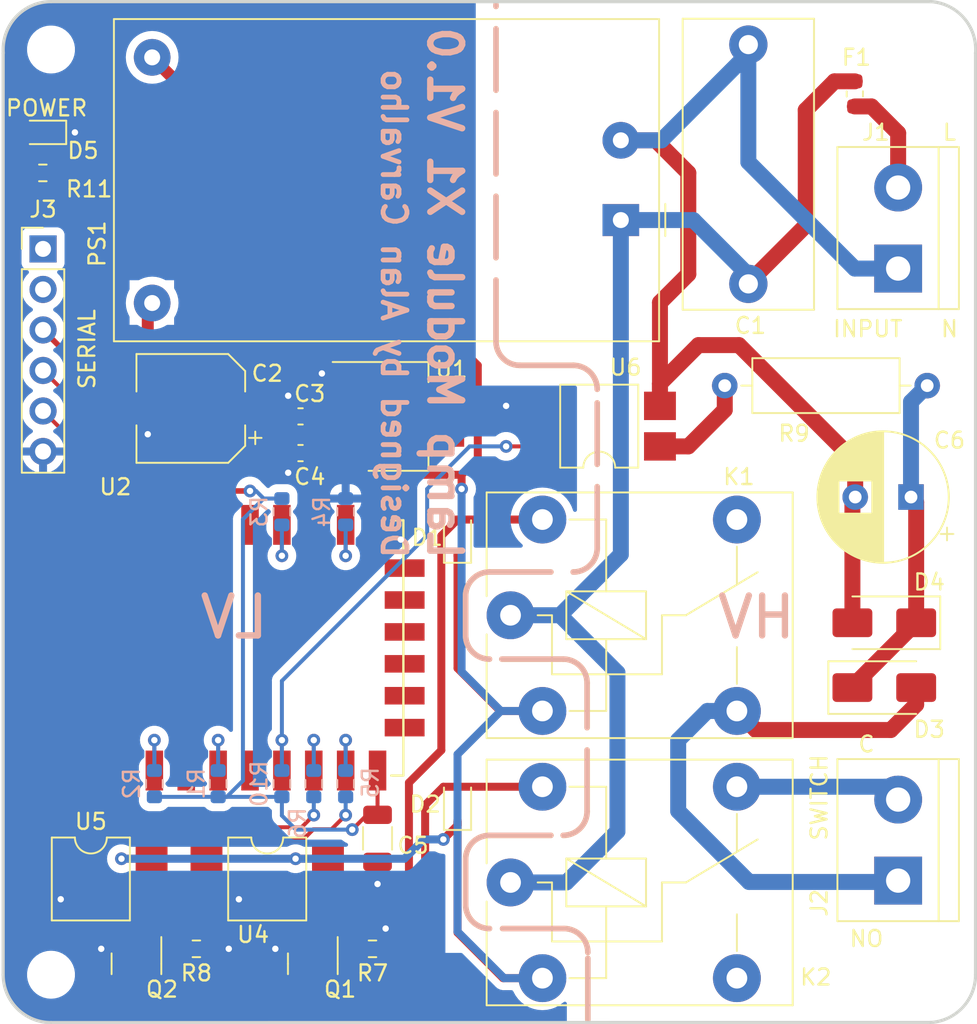
<source format=kicad_pcb>
(kicad_pcb (version 20221018) (generator pcbnew)
  (title_block (title "Lamp Module") (date "2024-01-20") (rev "1.0") (company "Alan Carvalho"))
  (layers (0 "F.Cu" signal) (31 "B.Cu" signal) (34 "B.Paste" user) (35 "F.Paste" user) (36 "B.SilkS" user "B.Silkscreen") (37 "F.SilkS" user "F.Silkscreen") (38 "B.Mask" user) (39 "F.Mask" user) (44 "Edge.Cuts" user))
  (net 0 "")
  (net 1 "LINE")
  (net 2 "NEUT")
  (net 3 "+12V")
  (net 4 "GND")
  (net 5 "+3.3V")
  (net 6 "Net-(D3-K)")
  (net 7 "Net-(D1-A)")
  (net 8 "Net-(D2-A)")
  (net 9 "SWITCH_NO")
  (net 10 "Net-(D5-A)")
  (net 11 "Net-(J1-Pin_2)")
  (net 14 "TX")
  (net 15 "RX")
  (net 18 "Net-(Q1-G)")
  (net 19 "Net-(Q2-G)")
  (net 20 "Net-(U2-CH_PD)")
  (net 21 "Net-(U2-REST)")
  (net 22 "Net-(U2-GPIO0)")
  (net 23 "Net-(U2-GPIO15)")
  (net 24 "Net-(R5-Pad1)")
  (net 25 "RELAY_P")
  (net 26 "Net-(R6-Pad1)")
  (net 27 "RELAY_S")
  (net 28 "Net-(R9-Pad1)")
  (net 29 "FEEDBACK")
  (net 41 "Net-(J2-Pin_2)")
  (footprint "Package_DIP:SMDIP-4_W7.62mm" (layer "F.Cu") (at 135.67975 123.85025)
    (fp_text reference "U4" (at -0.889 3.487) (layer "F.SilkS"))
    (fp_text value "PC817" hide)
    (pad "1" smd rect (at -3.81 -1.27) (size 2 1.78) (layers "F.Cu" "F.Paste" "F.Mask") (net 24 "Net-(R5-Pad1)"))
    (pad "2" smd rect (at -3.81 1.27) (size 2 1.78) (layers "F.Cu" "F.Paste" "F.Mask") (net 4 "GND"))
    (pad "3" smd rect (at 3.81 1.27) (size 2 1.78) (layers "F.Cu" "F.Paste" "F.Mask") (net 18 "Net-(Q1-G)"))
    (pad "4" smd rect (at 3.81 -1.27) (size 2 1.78) (layers "F.Cu" "F.Paste" "F.Mask") (net 3 "+12V"))
  )
  (footprint "Resistor_SMD:R_0603_1608Metric" (layer "F.Cu") (at 142.28375 128.22625)
    (fp_text reference "R7" (at 0 1.524) (layer "F.SilkS"))
    (fp_text value "10k" hide)
    (pad "1" smd roundrect (at -0.825 0) (size 0.8 0.95) (layers "F.Cu" "F.Paste" "F.Mask") (net 18 "Net-(Q1-G)"))
    (pad "2" smd roundrect (at 0.825 0) (size 0.8 0.95) (layers "F.Cu" "F.Paste" "F.Mask") (net 4 "GND"))
  )
  (footprint "MountingHole:MountingHole_2.5mm" (layer "F.Cu") (at 177.11575 71.85025)
    (fp_text reference "REF**" hide)
    (fp_text value "MountingHole_2.5mm" hide)
    (pad "" np_thru_hole circle (at 0 0) (size 2.5 2.5) (drill 2.5) (layers "F&B.Cu" "*.Mask"))
  )
  (footprint "Diode_SMD:D_SMA" (layer "F.Cu") (at 174.390599 107.78625 180)
    (fp_text reference "D4" (at -2.818151 2.547) (layer "F.SilkS"))
    (fp_text value "1N4007" hide)
    (pad "1" smd roundrect (at -2 0 180) (size 2.5 1.8) (layers "F.Cu" "F.Paste" "F.Mask") (roundrect_rratio 0.1388888889) (net 6 "Net-(D3-K)"))
    (pad "2" smd roundrect (at 2 0 180) (size 2.5 1.8) (layers "F.Cu" "F.Paste" "F.Mask") (roundrect_rratio 0.1388888889) (net 2 "NEUT"))
  )
  (footprint "Diode_SMD:D_SMA" (layer "F.Cu") (at 174.390599 111.85025)
    (fp_text reference "D3" (at 2.818151 2.624) (layer "F.SilkS"))
    (fp_text value "1N4007" hide)
    (pad "1" smd roundrect (at -2 0) (size 2.5 1.8) (layers "F.Cu" "F.Paste" "F.Mask") (roundrect_rratio 0.1388888889) (net 6 "Net-(D3-K)"))
    (pad "2" smd roundrect (at 2 0) (size 2.5 1.8) (layers "F.Cu" "F.Paste" "F.Mask") (roundrect_rratio 0.1388888889) (net 9 "SWITCH_NO"))
  )
  (footprint "TerminalBlock:TerminalBlock_bornier-2_P5.08mm" (layer "F.Cu") (at 175.26 85.58225 90)
    (fp_text reference "J1" (at 8.537 -1.397) (layer "F.SilkS"))
    (fp_text value "Screw_Terminal_01x02" hide)
    (fp_text user "INPUT" (at -3.782 -1.905 unlocked) (layer "F.SilkS"))
    (pad "1" thru_hole rect (at 0 0 90) (size 3 3) (drill 1.52) (layers "*.Cu" "*.Mask") (net 2 "NEUT"))
    (pad "2" thru_hole circle (at 5.08 0 90) (size 3 3) (drill 1.52) (layers "*.Cu" "*.Mask") (net 11 "Net-(J1-Pin_2)"))
  )
  (footprint "MountingHole:MountingHole_2.5mm" (layer "F.Cu") (at 122.11575 129.85025 180)
    (fp_text reference "REF**" hide)
    (fp_text value "MountingHole_2.5mm" hide)
    (pad "" np_thru_hole circle (at 0 0 180) (size 2.5 2.5) (drill 2.5) (layers "F&B.Cu" "*.Mask"))
  )
  (footprint "Resistor_SMD:R_0603_1608Metric" (layer "F.Cu") (at 131.23475 128.22625)
    (fp_text reference "R8" (at 0 1.524) (layer "F.SilkS"))
    (fp_text value "10k" hide)
    (pad "1" smd roundrect (at -0.825 0) (size 0.8 0.95) (layers "F.Cu" "F.Paste" "F.Mask") (net 19 "Net-(Q2-G)"))
    (pad "2" smd roundrect (at 0.825 0) (size 0.8 0.95) (layers "F.Cu" "F.Paste" "F.Mask") (net 4 "GND"))
  )
  (footprint "Resistor_THT:R_Axial_DIN0309_L9.0mm_D3.2mm_P12.70mm_Horizontal" (layer "F.Cu") (at 164.38175 92.92025)
    (fp_text reference "R9" (at 4.35 3) (layer "F.SilkS"))
    (fp_text value "56k" hide)
    (pad "1" thru_hole circle (at 0 0) (size 1.6 1.6) (drill 0.8) (layers "*.Cu" "*.Mask") (net 28 "Net-(R9-Pad1)"))
    (pad "2" thru_hole oval (at 12.7 0) (size 1.6 1.6) (drill 0.8) (layers "*.Cu" "*.Mask") (net 6 "Net-(D3-K)"))
  )
  (footprint "Package_TO_SOT_SMD:SOT-23" (layer "F.Cu") (at 127.47575 129.16375 -90)
    (fp_text reference "Q2" (at 1.6025 -1.6) (layer "F.SilkS"))
    (fp_text value "2N7002H" hide)
    (pad "1" smd roundrect (at -0.9375 -0.95 270) (size 1.475 0.6) (layers "F.Cu" "F.Paste" "F.Mask") (net 19 "Net-(Q2-G)"))
    (pad "2" smd roundrect (at -0.9375 0.95 270) (size 1.475 0.6) (layers "F.Cu" "F.Paste" "F.Mask") (net 4 "GND"))
    (pad "3" smd roundrect (at 0.9375 0 270) (size 1.475 0.6) (layers "F.Cu" "F.Paste" "F.Mask") (net 8 "Net-(D2-A)"))
  )
  (footprint "Relay_THT:Relay_SPDT_Finder_36.11" (layer "F.Cu") (at 150.94375 107.31625)
    (fp_text reference "K1" (at 14.327 -8.681) (layer "F.SilkS"))
    (fp_text value "12V 5A" hide)
    (pad "11" thru_hole circle (at 0 0) (size 3 3) (drill 1.3) (layers "*.Cu" "*.Mask") (net 1 "LINE"))
    (pad "12" thru_hole circle (at 14.2 -6) (size 3 3) (drill 1.3) (layers "*.Cu" "*.Mask"))
    (pad "14" thru_hole circle (at 14.2 6) (size 3 3) (drill 1.3) (layers "*.Cu" "*.Mask") (net 9 "SWITCH_NO"))
    (pad "A1" thru_hole circle (at 2 6) (size 3 3) (drill 1.3) (layers "*.Cu" "*.Mask") (net 3 "+12V"))
    (pad "A2" thru_hole circle (at 2 -6) (size 3 3) (drill 1.3) (layers "*.Cu" "*.Mask") (net 7 "Net-(D1-A)"))
  )
  (footprint "Capacitor_SMD:C_1206_3216Metric" (layer "F.Cu") (at 142.59975 121.30025 -90)
    (fp_text reference "C5" (at 0.449 -2.224) (layer "F.SilkS"))
    (fp_text value "0.1uF" hide)
    (pad "1" smd roundrect (at -1.475 0 270) (size 1.15 1.8) (layers "F.Cu" "F.Paste" "F.Mask") (roundrect_rratio 0.217391) (net 5 "+3.3V"))
    (pad "2" smd roundrect (at 1.475 0 270) (size 1.15 1.8) (layers "F.Cu" "F.Paste" "F.Mask") (roundrect_rratio 0.217391) (net 4 "GND"))
  )
  (footprint "Diode_SMD:D_SOD-323F" (layer "F.Cu") (at 147.61775 119.16625 90)
    (fp_text reference "D2" (at 0 -2.032 180) (layer "F.SilkS"))
    (fp_text value "1N4148" hide)
    (pad "1" smd roundrect (at -1.1 0 90) (size 0.5 0.5) (layers "F.Cu" "F.Paste" "F.Mask") (net 3 "+12V"))
    (pad "2" smd roundrect (at 1.1 0 90) (size 0.5 0.5) (layers "F.Cu" "F.Paste" "F.Mask") (net 8 "Net-(D2-A)"))
  )
  (footprint "TerminalBlock:TerminalBlock_bornier-2_P5.08mm" (layer "F.Cu") (at 175.26 123.952 90)
    (fp_text reference "J2" (at -1.397 -4.953 270) (layer "F.SilkS"))
    (fp_text value "Screw_Terminal_01x02" hide)
    (fp_text user "SWITCH" (at 5.207 -4.953 90 unlocked) (layer "F.SilkS"))
    (pad "1" thru_hole rect (at 0 0 90) (size 3 3) (drill 1.52) (layers "*.Cu" "*.Mask") (net 9 "SWITCH_NO"))
    (pad "2" thru_hole circle (at 5.08 0 90) (size 3 3) (drill 1.52) (layers "*.Cu" "*.Mask") (net 41 "Net-(J2-Pin_2)"))
  )
  (footprint "Package_TO_SOT_SMD:SOT-23" (layer "F.Cu") (at 138.53975 129.16375 -90)
    (fp_text reference "Q1" (at 1.6025 -1.712) (layer "F.SilkS"))
    (fp_text value "2N7002H" hide)
    (pad "1" smd roundrect (at -0.9375 -0.95 270) (size 1.475 0.6) (layers "F.Cu" "F.Paste" "F.Mask") (net 18 "Net-(Q1-G)"))
    (pad "2" smd roundrect (at -0.9375 0.95 270) (size 1.475 0.6) (layers "F.Cu" "F.Paste" "F.Mask") (net 4 "GND"))
    (pad "3" smd roundrect (at 0.9375 0 270) (size 1.475 0.6) (layers "F.Cu" "F.Paste" "F.Mask") (net 7 "Net-(D1-A)"))
  )
  (footprint "LED_SMD:LED_0603_1608Metric" (layer "F.Cu") (at 121.58275 77.04525 180)
    (fp_text reference "D5" (at -2.54 -1.143 180) (layer "F.SilkS"))
    (fp_text value "LED" hide)
    (fp_text user "POWER" (at -0.254 1.524 unlocked) (layer "F.SilkS"))
    (pad "1" smd roundrect (at -0.7875 0 180) (size 0.875 0.95) (layers "F.Cu" "F.Paste" "F.Mask") (net 4 "GND"))
    (pad "2" smd roundrect (at 0.7875 0 180) (size 0.875 0.95) (layers "F.Cu" "F.Paste" "F.Mask") (net 10 "Net-(D5-A)"))
  )
  (footprint "Resistor_SMD:R_0603_1608Metric" (layer "F.Cu") (at 121.60275 79.58525)
    (fp_text reference "R11" (at 2.901 1.016 180) (layer "F.SilkS"))
    (fp_text value "2.2k" hide)
    (pad "1" smd roundrect (at -0.825 0) (size 0.8 0.95) (layers "F.Cu" "F.Paste" "F.Mask") (net 10 "Net-(D5-A)"))
    (pad "2" smd roundrect (at 0.825 0) (size 0.8 0.95) (layers "F.Cu" "F.Paste" "F.Mask") (net 3 "+12V"))
  )
  (footprint "Package_TO_SOT_SMD:SOT-223-3_TabPin2" (layer "F.Cu") (at 143.88575 94.85025)
    (fp_text reference "U1" (at 3.351 -2.946) (layer "F.SilkS"))
    (fp_text value "AMS1117-3.3" hide)
    (pad "1" smd rect (at -3.15 -2.3) (size 2 1.5) (layers "F.Cu" "F.Paste" "F.Mask") (net 4 "GND"))
    (pad "2" smd rect (at -3.15 0) (size 2 1.5) (layers "F.Cu" "F.Paste" "F.Mask") (net 5 "+3.3V"))
    (pad "2" smd rect (at 3.15 0) (size 2 3.8) (layers "F.Cu" "F.Paste" "F.Mask") (net 5 "+3.3V"))
    (pad "3" smd rect (at -3.15 2.3) (size 2 1.5) (layers "F.Cu" "F.Paste" "F.Mask") (net 3 "+12V"))
  )
  (footprint "Capacitor_THT:CP_Radial_D8.0mm_P3.50mm" (layer "F.Cu") (at 176.06575 99.90525 180)
    (fp_text reference "C6" (at -2.413 3.556) (layer "F.SilkS"))
    (fp_text value "1uF" hide)
    (pad "1" thru_hole rect (at 0 0 180) (size 1.6 1.6) (drill 0.8) (layers "*.Cu" "*.Mask") (net 6 "Net-(D3-K)"))
    (pad "2" thru_hole circle (at 3.5 0 180) (size 1.6 1.6) (drill 0.8) (layers "*.Cu" "*.Mask") (net 2 "NEUT"))
  )
  (footprint "Capacitor_SMD:CP_Elec_6.3x7.7" (layer "F.Cu") (at 130.88575 94.35025 180)
    (fp_text reference "C2" (at -4.794 2.192 180) (layer "F.SilkS"))
    (fp_text value "100uF" hide)
    (pad "1" smd roundrect (at -2.7 0 180) (size 3.5 1.6) (layers "F.Cu" "F.Paste" "F.Mask") (roundrect_rratio 0.15625) (net 3 "+12V"))
    (pad "2" smd roundrect (at 2.7 0 180) (size 3.5 1.6) (layers "F.Cu" "F.Paste" "F.Mask") (roundrect_rratio 0.15625) (net 4 "GND"))
  )
  (footprint "ESP8266:ESP-12E_SMD" (layer "F.Cu") (at 128.59975 116.35025 90)
    (fp_text reference "U2" (at 17.08 -2.445) (layer "F.SilkS"))
    (fp_text value "ESP-12E" hide)
    (pad "1" smd rect (at 0 0 90) (size 2.5 1.1) (drill (offset -0.7 0)) (layers "F.Cu" "F.Paste" "F.Mask") (net 21 "Net-(U2-REST)"))
    (pad "2" smd rect (at 0 2 90) (size 2.5 1.1) (drill (offset -0.7 0)) (layers "F.Cu" "F.Paste" "F.Mask"))
    (pad "3" smd rect (at 0 4 90) (size 2.5 1.1) (drill (offset -0.7 0)) (layers "F.Cu" "F.Paste" "F.Mask") (net 20 "Net-(U2-CH_PD)"))
    (pad "4" smd rect (at 0 6 90) (size 2.5 1.1) (drill (offset -0.7 0)) (layers "F.Cu" "F.Paste" "F.Mask"))
    (pad "5" smd rect (at 0 8 90) (size 2.5 1.1) (drill (offset -0.7 0)) (layers "F.Cu" "F.Paste" "F.Mask") (net 29 "FEEDBACK"))
    (pad "6" smd rect (at 0 10 90) (size 2.5 1.1) (drill (offset -0.7 0)) (layers "F.Cu" "F.Paste" "F.Mask") (net 27 "RELAY_S"))
    (pad "7" smd rect (at 0 12 90) (size 2.5 1.1) (drill (offset -0.7 0)) (layers "F.Cu" "F.Paste" "F.Mask") (net 25 "RELAY_P"))
    (pad "8" smd rect (at 0 14 90) (size 2.5 1.1) (drill (offset -0.7 0)) (layers "F.Cu" "F.Paste" "F.Mask") (net 5 "+3.3V"))
    (pad "9" smd rect (at 14 14 90) (size 2.5 1.1) (drill (offset 0.7 0)) (layers "F.Cu" "F.Paste" "F.Mask") (net 4 "GND"))
    (pad "10" smd rect (at 14 12 90) (size 2.5 1.1) (drill (offset 0.7 0)) (layers "F.Cu" "F.Paste" "F.Mask") (net 23 "Net-(U2-GPIO15)"))
    (pad "11" smd rect (at 14 10 90) (size 2.5 1.1) (drill (offset 0.7 0)) (layers "F.Cu" "F.Paste" "F.Mask"))
    (pad "12" smd rect (at 14 8 90) (size 2.5 1.1) (drill (offset 0.7 0)) (layers "F.Cu" "F.Paste" "F.Mask") (net 22 "Net-(U2-GPIO0)"))
    (pad "13" smd rect (at 14 6 90) (size 2.5 1.1) (drill (offset 0.7 0)) (layers "F.Cu" "F.Paste" "F.Mask"))
    (pad "14" smd rect (at 14 4 90) (size 2.5 1.1) (drill (offset 0.7 0)) (layers "F.Cu" "F.Paste" "F.Mask"))
    (pad "15" smd rect (at 14 2 90) (size 2.5 1.1) (drill (offset 0.7 0)) (layers "F.Cu" "F.Paste" "F.Mask") (net 14 "TX"))
    (pad "16" smd rect (at 14 0 90) (size 2.5 1.1) (drill (offset 0.7 0)) (layers "F.Cu" "F.Paste" "F.Mask") (net 15 "RX"))
    (pad "17" smd rect (at 1.99 15 180) (size 2.5 1.1) (drill (offset -0.7 0)) (layers "F.Cu" "F.Paste" "F.Mask"))
    (pad "18" smd rect (at 3.99 15 180) (size 2.5 1.1) (drill (offset -0.7 0)) (layers "F.Cu" "F.Paste" "F.Mask"))
    (pad "19" smd rect (at 5.99 15 180) (size 2.5 1.1) (drill (offset -0.7 0)) (layers "F.Cu" "F.Paste" "F.Mask"))
    (pad "20" smd rect (at 7.99 15 180) (size 2.5 1.1) (drill (offset -0.7 0)) (layers "F.Cu" "F.Paste" "F.Mask"))
    (pad "21" smd rect (at 9.99 15 180) (size 2.5 1.1) (drill (offset -0.7 0)) (layers "F.Cu" "F.Paste" "F.Mask"))
    (pad "22" smd rect (at 11.99 15 180) (size 2.5 1.1) (drill (offset -0.7 0)) (layers "F.Cu" "F.Paste" "F.Mask"))
  )
  (footprint "Relay_THT:Relay_SPDT_Finder_36.11" (layer "F.Cu") (at 150.94375 124.06625)
    (fp_text reference "K2" (at 19.153 5.938) (layer "F.SilkS"))
    (fp_text value "12V 5A" hide)
    (pad "11" thru_hole circle (at 0 0) (size 3 3) (drill 1.3) (layers "*.Cu" "*.Mask") (net 1 "LINE"))
    (pad "12" thru_hole circle (at 14.2 -6) (size 3 3) (drill 1.3) (layers "*.Cu" "*.Mask") (net 41 "Net-(J2-Pin_2)"))
    (pad "14" thru_hole circle (at 14.2 6) (size 3 3) (drill 1.3) (layers "*.Cu" "*.Mask"))
    (pad "A1" thru_hole circle (at 2 6) (size 3 3) (drill 1.3) (layers "*.Cu" "*.Mask") (net 3 "+12V"))
    (pad "A2" thru_hole circle (at 2 -6) (size 3 3) (drill 1.3) (layers "*.Cu" "*.Mask") (net 8 "Net-(D2-A)"))
  )
  (footprint "Diode_SMD:D_SOD-323F" (layer "F.Cu") (at 147.61775 102.41625 90)
    (fp_text reference "D1" (at -0.029 -1.905 180) (layer "F.SilkS"))
    (fp_text value "1N4148" hide)
    (pad "1" smd roundrect (at -1.1 0 90) (size 0.5 0.5) (layers "F.Cu" "F.Paste" "F.Mask") (net 3 "+12V"))
    (pad "2" smd roundrect (at 1.1 0 90) (size 0.5 0.5) (layers "F.Cu" "F.Paste" "F.Mask") (net 7 "Net-(D1-A)"))
  )
  (footprint "MountingHole:MountingHole_2.5mm" (layer "F.Cu") (at 122.11575 71.85025)
    (fp_text reference "REF**" hide)
    (fp_text value "MountingHole_2.5mm" hide)
    (pad "" np_thru_hole circle (at 0 0) (size 2.5 2.5) (drill 2.5) (layers "*.Cu" "*.Mask"))
  )
  (footprint "MountingHole:MountingHole_2.5mm" (layer "F.Cu") (at 177.11575 129.85025 180)
    (fp_text reference "REF**" hide)
    (fp_text value "MountingHole_2.5mm" hide)
    (pad "" np_thru_hole circle (at 0 0 180) (size 2.5 2.5) (drill 2.5) (layers "F&B.Cu" "*.Mask"))
  )
  (footprint "Capacitor_SMD:C_0603_1608Metric" (layer "F.Cu") (at 137.76825 94.85025 180)
    (fp_text reference "C4" (at -0.5785 -3.785) (layer "F.SilkS"))
    (fp_text value "22uF" hide)
    (pad "1" smd roundrect (at -0.775 0 180) (size 0.9 0.95) (layers "F.Cu" "F.Paste" "F.Mask") (net 5 "+3.3V"))
    (pad "2" smd roundrect (at 0.775 0 180) (size 0.9 0.95) (layers "F.Cu" "F.Paste" "F.Mask") (net 4 "GND"))
  )
  (footprint "Capacitor_THT:C_Rect_L18.0mm_W8.0mm_P15.00mm_FKS3_FKP3" (layer "F.Cu") (at 165.862 86.54225 90)
    (fp_text reference "C1" (at -2.616 0.124 180) (layer "F.SilkS"))
    (fp_text value "0.1uF" hide)
    (pad "1" thru_hole circle (at 0 0 90) (size 2.4 2.4) (drill 1.2) (layers "*.Cu" "*.Mask") (net 1 "LINE"))
    (pad "2" thru_hole circle (at 15 0 90) (size 2.4 2.4) (drill 1.2) (layers "*.Cu" "*.Mask") (net 2 "NEUT"))
  )
  (footprint "Package_DIP:SMDIP-4_W7.62mm" (layer "F.Cu") (at 156.50775 95.46025 180)
    (fp_text reference "U6" (at -1.651 3.683 180) (layer "F.SilkS"))
    (fp_text value "PC817" hide)
    (pad "1" smd rect (at -3.81 -1.27 180) (size 2 1.78) (layers "F.Cu" "F.Paste" "F.Mask") (net 28 "Net-(R9-Pad1)"))
    (pad "2" smd rect (at -3.81 1.27 180) (size 2 1.78) (layers "F.Cu" "F.Paste" "F.Mask") (net 2 "NEUT"))
    (pad "3" smd rect (at 3.81 1.27 180) (size 2 1.78) (layers "F.Cu" "F.Paste" "F.Mask") (net 4 "GND"))
    (pad "4" smd rect (at 3.81 -1.27 180) (size 2 1.78) (layers "F.Cu" "F.Paste" "F.Mask") (net 29 "FEEDBACK"))
  )
  (footprint "Package_DIP:SMDIP-4_W7.62mm" (layer "F.Cu") (at 124.61575 123.85025)
    (fp_text reference "U5" (at 0 -3.6) (layer "F.SilkS"))
    (fp_text value "PC817" hide)
    (pad "1" smd rect (at -3.81 -1.27) (size 2 1.78) (layers "F.Cu" "F.Paste" "F.Mask") (net 26 "Net-(R6-Pad1)"))
    (pad "2" smd rect (at -3.81 1.27) (size 2 1.78) (layers "F.Cu" "F.Paste" "F.Mask") (net 4 "GND"))
    (pad "3" smd rect (at 3.81 1.27) (size 2 1.78) (layers "F.Cu" "F.Paste" "F.Mask") (net 19 "Net-(Q2-G)"))
    (pad "4" smd rect (at 3.81 -1.27) (size 2 1.78) (layers "F.Cu" "F.Paste" "F.Mask") (net 3 "+12V"))
  )
  (footprint "Fuse:Fuse_0603_1608Metric" (layer "F.Cu") (at 172.54175 74.63225 90)
    (fp_text reference "F1" (at 2.286 0.095) (layer "F.SilkS"))
    (fp_text value "0.5A" hide)
    (pad "1" smd roundrect (at -0.7875 0 90) (size 0.875 0.95) (layers "F.Cu" "F.Paste" "F.Mask") (net 11 "Net-(J1-Pin_2)"))
    (pad "2" smd roundrect (at 0.7875 0 90) (size 0.875 0.95) (layers "F.Cu" "F.Paste" "F.Mask") (net 1 "LINE"))
  )
  (footprint "Connector_PinHeader_2.54mm:PinHeader_1x06_P2.54mm_Vertical" (layer "F.Cu") (at 121.61575 84.35025)
    (fp_text reference "J3" (at 0 -2.479) (layer "F.SilkS"))
    (fp_text value "Conn_01x06_Socket" hide)
    (fp_text user "SERIAL" (at 2.761 6.284 90 unlocked) (layer "F.SilkS"))
    (pad "1" thru_hole rect (at 0 0) (size 1.7 1.7) (drill 1) (layers "*.Cu" "*.Mask"))
    (pad "2" thru_hole oval (at 0 2.54) (size 1.7 1.7) (drill 1) (layers "*.Cu" "*.Mask"))
    (pad "3" thru_hole oval (at 0 5.08) (size 1.7 1.7) (drill 1) (layers "*.Cu" "*.Mask") (net 5 "+3.3V"))
    (pad "4" thru_hole oval (at 0 7.62) (size 1.7 1.7) (drill 1) (layers "*.Cu" "*.Mask") (net 14 "TX"))
    (pad "5" thru_hole oval (at 0 10.16) (size 1.7 1.7) (drill 1) (layers "*.Cu" "*.Mask") (net 15 "RX"))
    (pad "6" thru_hole oval (at 0 12.7) (size 1.7 1.7) (drill 1) (layers "*.Cu" "*.Mask") (net 4 "GND"))
  )
  (footprint "Capacitor_SMD:C_0603_1608Metric" (layer "F.Cu") (at 137.76825 97.15025 180)
    (fp_text reference "C3" (at -0.5785 3.722) (layer "F.SilkS"))
    (fp_text value "1uF" hide)
    (pad "1" smd roundrect (at -0.775 0 180) (size 0.9 0.95) (layers "F.Cu" "F.Paste" "F.Mask") (net 3 "+12V"))
    (pad "2" smd roundrect (at 0.775 0 180) (size 0.9 0.95) (layers "F.Cu" "F.Paste" "F.Mask") (net 4 "GND"))
  )
  (footprint "Converter_ACDC:Converter_ACDC_HiLink_HLK-PMxx" (layer "F.Cu") (at 157.86225 82.54225 180)
    (fp_text reference "PS1" (at 32.8505 -1.488 270) (layer "F.SilkS"))
    (fp_text value "HLK-PM12" hide)
    (pad "1" thru_hole rect (at 0 0 180) (size 2.3 2) (drill 1) (layers "*.Cu" "*.Mask") (net 1 "LINE"))
    (pad "2" thru_hole circle (at 0 5 180) (size 2.3 2.3) (drill 1) (layers "*.Cu" "*.Mask") (net 2 "NEUT"))
    (pad "3" thru_hole circle (at 29.4 -5.2 180) (size 2.3 2.3) (drill 1) (layers "*.Cu" "*.Mask") (net 4 "GND"))
    (pad "4" thru_hole circle (at 29.4 10.2 180) (size 2.3 2.3) (drill 1) (layers "*.Cu" "*.Mask") (net 3 "+12V"))
  )
  (footprint "Resistor_SMD:R_0603_1608Metric" (layer "B.Cu") (at 138.59975 117.87525 90)
    (fp_text reference "R6" (at -2.477 -1.015 90) (layer "B.SilkS") (effects (justify mirror)))
    (fp_text value "390" hide)
    (pad "1" smd roundrect (at -0.825 0 90) (size 0.8 0.95) (layers "B.Cu" "B.Paste" "B.Mask") (net 26 "Net-(R6-Pad1)"))
    (pad "2" smd roundrect (at 0.825 0 90) (size 0.8 0.95) (layers "B.Cu" "B.Paste" "B.Mask") (net 27 "RELAY_S"))
  )
  (footprint "Resistor_SMD:R_0603_1608Metric" (layer "B.Cu") (at 136.59975 117.87525 90)
    (fp_text reference "R10" (at 0 -1.428 90) (layer "B.SilkS") (effects (justify mirror)))
    (fp_text value "10k" hide)
    (pad "1" smd roundrect (at -0.825 0 90) (size 0.8 0.95) (layers "B.Cu" "B.Paste" "B.Mask") (net 5 "+3.3V"))
    (pad "2" smd roundrect (at 0.825 0 90) (size 0.8 0.95) (layers "B.Cu" "B.Paste" "B.Mask") (net 29 "FEEDBACK"))
  )
  (footprint "Resistor_SMD:R_0603_1608Metric" (layer "B.Cu") (at 128.59975 117.87525 90)
    (fp_text reference "R2" (at 0 -1.429 90) (layer "B.SilkS") (effects (justify mirror)))
    (fp_text value "10k" hide)
    (pad "1" smd roundrect (at -0.825 0 90) (size 0.8 0.95) (layers "B.Cu" "B.Paste" "B.Mask") (net 5 "+3.3V"))
    (pad "2" smd roundrect (at 0.825 0 90) (size 0.8 0.95) (layers "B.Cu" "B.Paste" "B.Mask") (net 21 "Net-(U2-REST)"))
  )
  (footprint "Resistor_SMD:R_0603_1608Metric" (layer "B.Cu") (at 140.59975 117.87525 90)
    (fp_text reference "R5" (at 0.063 1.557 90) (layer "B.SilkS") (effects (justify mirror)))
    (fp_text value "390" hide)
    (pad "1" smd roundrect (at -0.825 0 90) (size 0.8 0.95) (layers "B.Cu" "B.Paste" "B.Mask") (net 24 "Net-(R5-Pad1)"))
    (pad "2" smd roundrect (at 0.825 0 90) (size 0.8 0.95) (layers "B.Cu" "B.Paste" "B.Mask") (net 25 "RELAY_P"))
  )
  (footprint "Resistor_SMD:R_0603_1608Metric" (layer "B.Cu") (at 140.59975 100.82525 90)
    (fp_text reference "R4" (at 0 -1.491 90) (layer "B.SilkS") (effects (justify mirror)))
    (fp_text value "10k" hide)
    (pad "1" smd roundrect (at -0.825 0 90) (size 0.8 0.95) (layers "B.Cu" "B.Paste" "B.Mask") (net 23 "Net-(U2-GPIO15)"))
    (pad "2" smd roundrect (at 0.825 0 90) (size 0.8 0.95) (layers "B.Cu" "B.Paste" "B.Mask") (net 4 "GND"))
  )
  (footprint "Resistor_SMD:R_0603_1608Metric" (layer "B.Cu") (at 132.59975 117.87525 90)
    (fp_text reference "R1" (at 0 -1.365 90) (layer "B.SilkS") (effects (justify mirror)))
    (fp_text value "10k" hide)
    (pad "1" smd roundrect (at -0.825 0 90) (size 0.8 0.95) (layers "B.Cu" "B.Paste" "B.Mask") (net 5 "+3.3V"))
    (pad "2" smd roundrect (at 0.825 0 90) (size 0.8 0.95) (layers "B.Cu" "B.Paste" "B.Mask") (net 20 "Net-(U2-CH_PD)"))
  )
  (footprint "Resistor_SMD:R_0603_1608Metric" (layer "B.Cu") (at 136.59975 100.82525 -90)
    (fp_text reference "R3" (at 0 1.428 90) (layer "B.SilkS") (effects (justify mirror)))
    (fp_text value "10k" hide)
    (pad "1" smd roundrect (at -0.825 0 270) (size 0.8 0.95) (layers "B.Cu" "B.Paste" "B.Mask") (net 5 "+3.3V"))
    (pad "2" smd roundrect (at 0.825 0 270) (size 0.8 0.95) (layers "B.Cu" "B.Paste" "B.Mask") (net 22 "Net-(U2-GPIO0)"))
  )
  (gr_line (start 154.293457 126.955793) (end 149.626044 126.956706) (stroke (width 0.35) (type dash)) (layer "B.SilkS"))
  (gr_arc (start 151.53075 91.65025) (mid 150.47009 91.21091) (end 150.03075 90.15025) (stroke (width 0.35)) (layer "B.SilkS"))
  (gr_line (start 156.38075 103.10425) (end 156.38075 93.15025) (stroke (width 0.35) (type dash)) (layer "B.SilkS"))
  (gr_line (start 149.62575 104.60425) (end 154.88075 104.60425) (stroke (width 0.35) (type dash)) (layer "B.SilkS"))
  (gr_arc (start 148.12575 122.61425) (mid 148.56509 121.55359) (end 149.62575 121.11425) (stroke (width 0.35)) (layer "B.SilkS"))
  (gr_line (start 155.74575 119.61425) (end 155.74575 111.56525) (stroke (width 0.35) (type dash)) (layer "B.SilkS"))
  (gr_arc (start 154.88075 91.65025) (mid 155.94141 92.08959) (end 156.38075 93.15025) (stroke (width 0.35)) (layer "B.SilkS"))
  (gr_arc (start 154.24575 110.06525) (mid 155.30641 110.50459) (end 155.74575 111.56525) (stroke (width 0.35)) (layer "B.SilkS"))
  (gr_arc (start 156.38075 103.10425) (mid 155.94141 104.16491) (end 154.88075 104.60425) (stroke (width 0.35)) (layer "B.SilkS"))
  (gr_line (start 150.03075 90.15025) (end 150.03075 69.04425) (stroke (width 0.35) (type dash)) (layer "B.SilkS"))
  (gr_arc (start 149.626044 126.956706) (mid 148.565187 126.517477) (end 148.12575 125.456706) (stroke (width 0.35)) (layer "B.SilkS"))
  (gr_arc (start 154.293457 126.955793) (mid 155.354313 127.395023) (end 155.79375 128.455793) (stroke (width 0.35)) (layer "B.SilkS"))
  (gr_arc (start 155.74575 119.61425) (mid 155.30641 120.67491) (end 154.24575 121.11425) (stroke (width 0.35)) (layer "B.SilkS"))
  (gr_line (start 149.62575 121.11425) (end 154.24575 121.11425) (stroke (width 0.35) (type dash)) (layer "B.SilkS"))
  (gr_line (start 154.24575 110.06525) (end 149.62575 110.06525) (stroke (width 0.35) (type dash)) (layer "B.SilkS"))
  (gr_line (start 154.88075 91.65025) (end 151.53075 91.65025) (stroke (width 0.35) (type dash)) (layer "B.SilkS"))
  (gr_arc (start 149.62575 110.06525) (mid 148.56509 109.62591) (end 148.12575 108.56525) (stroke (width 0.35)) (layer "B.SilkS"))
  (gr_line (start 148.12575 108.56525) (end 148.12575 106.10425) (stroke (width 0.35) (type dash)) (layer "B.SilkS"))
  (gr_line (start 148.12575 125.456706) (end 148.12575 122.61425) (stroke (width 0.35) (type dash)) (layer "B.SilkS"))
  (gr_arc (start 148.12575 106.10425) (mid 148.56509 105.04359) (end 149.62575 104.60425) (stroke (width 0.35)) (layer "B.SilkS"))
  (gr_line (start 155.79375 132.67125) (end 155.79375 128.455793) (stroke (width 0.35) (type dash)) (layer "B.SilkS"))
  (gr_arc (start 148.12575 106.10425) (mid 148.56509 105.04359) (end 149.62575 104.60425) (stroke (width 0.35)) (layer "F.SilkS"))
  (gr_line (start 149.62575 121.11425) (end 154.24575 121.11425) (stroke (width 0.35) (type dash)) (layer "F.SilkS"))
  (gr_arc (start 156.38075 103.10425) (mid 155.94141 104.16491) (end 154.88075 104.60425) (stroke (width 0.35)) (layer "F.SilkS"))
  (gr_arc (start 149.62575 110.06525) (mid 148.56509 109.62591) (end 148.12575 108.56525) (stroke (width 0.35)) (layer "F.SilkS"))
  (gr_arc (start 154.88075 91.65025) (mid 155.94141 92.08959) (end 156.38075 93.15025) (stroke (width 0.35)) (layer "F.SilkS"))
  (gr_line (start 154.24575 110.06525) (end 149.62575 110.06525) (stroke (width 0.35) (type dash)) (layer "F.SilkS"))
  (gr_line (start 154.293457 126.955793) (end 149.626044 126.956706) (stroke (width 0.35) (type dash)) (layer "F.SilkS"))
  (gr_line (start 156.38075 103.10425) (end 156.38075 93.15025) (stroke (width 0.35) (type dash)) (layer "F.SilkS"))
  (gr_line (start 148.12575 125.456706) (end 148.12575 122.61425) (stroke (width 0.35) (type dash)) (layer "F.SilkS"))
  (gr_line (start 148.12575 108.56525) (end 148.12575 106.10425) (stroke (width 0.35) (type dash)) (layer "F.SilkS"))
  (gr_line (start 150.03075 90.15025) (end 150.03075 69.04425) (stroke (width 0.35) (type dash)) (layer "F.SilkS"))
  (gr_arc (start 148.12575 122.61425) (mid 148.56509 121.55359) (end 149.62575 121.11425) (stroke (width 0.35)) (layer "F.SilkS"))
  (gr_arc (start 155.74575 119.61425) (mid 155.30641 120.67491) (end 154.24575 121.11425) (stroke (width 0.35)) (layer "F.SilkS"))
  (gr_arc (start 149.626044 126.956706) (mid 148.565203 126.517461) (end 148.12575 125.456706) (stroke (width 0.35)) (layer "F.SilkS"))
  (gr_arc (start 151.53075 91.65025) (mid 150.47009 91.21091) (end 150.03075 90.15025) (stroke (width 0.35)) (layer "F.SilkS"))
  (gr_line (start 154.88075 91.65025) (end 151.53075 91.65025) (stroke (width 0.35) (type dash)) (layer "F.SilkS"))
  (gr_line (start 155.74575 119.61425) (end 155.74575 111.56525) (stroke (width 0.35) (type dash)) (layer "F.SilkS"))
  (gr_line (start 155.79375 132.67125) (end 155.79375 128.455793) (stroke (width 0.35) (type dash)) (layer "F.SilkS"))
  (gr_line (start 149.62575 104.60425) (end 154.88075 104.60425) (stroke (width 0.35) (type dash)) (layer "F.SilkS"))
  (gr_arc (start 154.24575 110.06525) (mid 155.30641 110.50459) (end 155.74575 111.56525) (stroke (width 0.35)) (layer "F.SilkS"))
  (gr_arc (start 154.293457 126.955793) (mid 155.354298 127.395038) (end 155.79375 128.455793) (stroke (width 0.35)) (layer "F.SilkS"))
  (gr_line (start 180.11575 72.08025) (end 180.11575 129.85025) (stroke (width 0.2)) (layer "Edge.Cuts"))
  (gr_arc (start 119.124528 72.079577) (mid 119.914843 69.811621) (end 122.11575 68.85025) (stroke (width 0.2)) (layer "Edge.Cuts"))
  (gr_line (start 122.11575 68.85025) (end 177.28975 68.85025) (stroke (width 0.2)) (layer "Edge.Cuts"))
  (gr_arc (start 180.11575 129.85025) (mid 179.297621 131.90924) (end 177.289458 132.845217) (stroke (width 0.2)) (layer "Edge.Cuts"))
  (gr_arc (start 177.289968 68.846495) (mid 179.381408 69.87043) (end 180.115749 72.08025) (stroke (width 0.2)) (layer "Edge.Cuts"))
  (gr_line (start 119.11575 72.08025) (end 119.11575 129.85025) (stroke (width 0.2)) (layer "Edge.Cuts"))
  (gr_line (start 177.289458 132.845217) (end 122.11575 132.85025) (stroke (width 0.2)) (layer "Edge.Cuts"))
  (gr_arc (start 122.11575 132.85025) (mid 119.994429 131.971571) (end 119.11575 129.85025) (stroke (width 0.2)) (layer "Edge.Cuts"))
  (gr_text "LV" (at 133.604 107.442) (layer "B.SilkS") (effects (font (size 2.5 2.5) (thickness 0.4) bold) (justify mirror)))
  (gr_text "Lamp Module X1 V1.0" (at 146.812 87.122 270) (layer "B.SilkS") (effects (font (size 2 2) (thickness 0.4) bold) (justify mirror)))
  (gr_text "HV" (at 166.37 107.442) (layer "B.SilkS") (effects (font (size 2.5 2.5) (thickness 0.4) bold) (justify mirror)))
  (gr_text "Designed by Alan Carvalho" (at 142.748 103.886 270) (layer "B.SilkS") (effects (font (size 1.5 1.5) (thickness 0.3) bold) (justify left bottom mirror)))
  (gr_text "L" (at 178.47875 77.04525) (layer "F.SilkS") (effects (font (size 1 1))))
  (gr_text "C" (at 173.27175 115.39925) (layer "F.SilkS") (effects (font (size 1 1))))
  (gr_text "N" (at 178.47875 89.36425) (layer "F.SilkS") (effects (font (size 1 1))))
  (gr_text "NO" (at 173.27175 127.59125) (layer "F.SilkS") (effects (font (size 1 1))))
  (segment (start 171.26525 73.84475) (end 172.54175 73.84475) (width 1) (layer "F.Cu") (net 1))
  (segment (start 165.862 86.54225) (end 165.862 86.487) (width 1) (layer "F.Cu") (net 1))
  (segment (start 169.46175 75.64825) (end 171.26525 73.84475) (width 1) (layer "F.Cu") (net 1))
  (segment (start 165.862 86.487) (end 169.46175 82.88725) (width 1) (layer "F.Cu") (net 1))
  (segment (start 169.46175 82.88725) (end 169.46175 75.64825) (width 1) (layer "F.Cu") (net 1))
  (segment (start 157.65075 120.86025) (end 157.65075 110.91725) (width 1) (layer "B.Cu") (net 1))
  (segment (start 165.862 85.9905) (end 165.862 86.54225) (width 1) (layer "B.Cu") (net 1))
  (segment (start 154.44475 124.06625) (end 157.65075 120.86025) (width 1) (layer "B.Cu") (net 1))
  (segment (start 157.86225 103.50375) (end 154.04975 107.31625) (width 1) (layer "B.Cu") (net 1))
  (segment (start 154.04975 107.31625) (end 150.94375 107.31625) (width 1) (layer "B.Cu") (net 1))
  (segment (start 157.86225 82.54225) (end 162.41375 82.54225) (width 1) (layer "B.Cu") (net 1))
  (segment (start 157.65075 110.91725) (end 154.04975 107.31625) (width 1) (layer "B.Cu") (net 1))
  (segment (start 157.86225 82.54225) (end 157.86225 103.50375) (width 1) (layer "B.Cu") (net 1))
  (segment (start 150.94375 124.06625) (end 154.44475 124.06625) (width 1) (layer "B.Cu") (net 1))
  (segment (start 162.41375 82.54225) (end 165.862 85.9905) (width 1) (layer "B.Cu") (net 1))
  (segment (start 160.31775 94.19025) (end 160.31775 92.79325) (width 1) (layer "F.Cu") (net 2))
  (segment (start 172.56575 97.67525) (end 172.56575 99.90525) (width 1) (layer "F.Cu") (net 2))
  (segment (start 172.390599 100.080401) (end 172.56575 99.90525) (width 1) (layer "F.Cu") (net 2))
  (segment (start 162.09575 79.58525) (end 160.05275 77.54225) (width 1) (layer "F.Cu") (net 2))
  (segment (start 160.31775 92.79325) (end 162.73075 90.38025) (width 1) (layer "F.Cu") (net 2))
  (segment (start 160.31775 87.71325) (end 162.09575 85.93525) (width 1) (layer "F.Cu") (net 2))
  (segment (start 160.31775 94.19025) (end 160.31775 87.71325) (width 1) (layer "F.Cu") (net 2))
  (segment (start 160.05275 77.54225) (end 157.86225 77.54225) (width 1) (layer "F.Cu") (net 2))
  (segment (start 162.73075 90.38025) (end 165.27075 90.38025) (width 1) (layer "F.Cu") (net 2))
  (segment (start 172.390599 107.78625) (end 172.390599 100.080401) (width 1) (layer "F.Cu") (net 2))
  (segment (start 162.09575 85.93525) (end 162.09575 79.58525) (width 1) (layer "F.Cu") (net 2))
  (segment (start 165.27075 90.38025) (end 172.56575 97.67525) (width 1) (layer "F.Cu") (net 2))
  (segment (start 165.862 72.094) (end 165.862 71.54225) (width 1) (layer "B.Cu") (net 2))
  (segment (start 165.862 78.9065) (end 172.53775 85.58225) (width 1) (layer "B.Cu") (net 2))
  (segment (start 172.53775 85.58225) (end 175.26 85.58225) (width 1) (layer "B.Cu") (net 2))
  (segment (start 157.86225 77.54225) (end 160.41375 77.54225) (width 1) (layer "B.Cu") (net 2))
  (segment (start 160.41375 77.54225) (end 165.862 72.094) (width 1) (layer "B.Cu") (net 2))
  (segment (start 165.862 71.54225) (end 165.862 78.9065) (width 1) (layer "B.Cu") (net 2))
  (segment (start 138.54325 97.81575) (end 139.23575 98.50825) (width 0.5) (layer "F.Cu") (net 3))
  (segment (start 148.88775 97.49225) (end 148.88775 91.65025) (width 0.5) (layer "F.Cu") (net 3))
  (segment (start 132.53775 94.35025) (end 131.10775 92.92025) (width 0.25) (layer "F.Cu") (net 3))
  (segment (start 147.61775 103.51625) (end 147.61775 110.63675) (width 0.5) (layer "F.Cu") (net 3))
  (segment (start 133.64775 94.28825) (end 133.58575 94.35025) (width 0.75) (layer "F.Cu") (net 3))
  (segment (start 147.61775 120.26625) (end 147.61775 127.21025) (width 0.5) (layer "F.Cu") (net 3))
  (segment (start 128.46225 72.34225) (end 133.64775 77.52775) (width 0.75) (layer "F.Cu") (net 3))
  (segment (start 139.23575 98.50825) (end 147.87175 98.50825) (width 0.5) (layer "F.Cu") (net 3))
  (segment (start 150.29725 113.31625) (end 152.94375 113.31625) (width 0.5) (layer "F.Cu") (net 3))
  (segment (start 133.64775 77.52775) (end 133.64775 94.28825) (width 0.75) (layer "F.Cu") (net 3))
  (segment (start 147.61775 120.47925) (end 146.72875 121.36825) (width 0.5) (layer "F.Cu") (net 3))
  (segment (start 147.61775 110.63675) (end 150.29725 113.31625) (width 0.5) (layer "F.Cu") (net 3))
  (segment (start 131.10775 84.03025) (end 126.66275 79.58525) (width 0.25) (layer "F.Cu") (net 3))
  (segment (start 139.48975 122.58025) (end 137.45775 122.58025) (width 0.5) (layer "F.Cu") (net 3))
  (segment (start 134.24975 94.35025) (end 133.58575 94.35025) (width 0.5) (layer "F.Cu") (net 3))
  (segment (start 150.47375 130.06625) (end 152.94375 130.06625) (width 0.5) (layer "F.Cu") (net 3))
  (segment (start 126.66275 79.58525) (end 122.42775 79.58525) (width 0.25) (layer "F.Cu") (net 3))
  (segment (start 138.54325 97.15025) (end 140.73575 97.15025) (width 0.5) (layer "F.Cu") (net 3))
  (segment (start 147.61775 120.26625) (end 147.61775 120.47925) (width 0.5) (layer "F.Cu") (net 3))
  (segment (start 147.87175 90.63425) (end 137.96575 90.63425) (width 0.5) (layer "F.Cu") (net 3))
  (segment (start 147.61775 127.21025) (end 150.47375 130.06625) (width 0.5) (layer "F.Cu") (net 3))
  (segment (start 147.87175 98.50825) (end 148.88775 97.49225) (width 0.5) (layer "F.Cu") (net 3))
  (segment (start 131.10775 92.92025) (end 131.10775 84.03025) (width 0.25) (layer "F.Cu") (net 3))
  (segment (start 147.87175 98.50825) (end 147.87175 99.39725) (width 0.5) (layer "F.Cu") (net 3))
  (segment (start 148.88775 91.65025) (end 147.87175 90.63425) (width 0.5) (layer "F.Cu") (net 3))
  (segment (start 128.42575 122.58025) (end 126.53575 122.58025) (width 0.5) (layer "F.Cu") (net 3))
  (segment (start 133.58575 94.35025) (end 132.53775 94.35025) (width 0.25) (layer "F.Cu") (net 3))
  (segment (start 137.96575 90.63425) (end 134.24975 94.35025) (width 0.5) (layer "F.Cu") (net 3))
  (segment (start 138.54325 97.15025) (end 138.54325 97.81575) (width 0.5) (layer "F.Cu") (net 3))
  (via (at 137.45775 122.58025) (size 0.8) (drill 0.4) (layers "F.Cu" "B.Cu") (net 3))
  (via (at 147.87175 99.39725) (size 0.8) (drill 0.4) (layers "F.Cu" "B.Cu") (net 3))
  (via (at 126.53575 122.58025) (size 0.8) (drill 0.4) (layers "F.Cu" "B.Cu") (net 3))
  (via (at 146.72875 121.36825) (size 0.8) (drill 0.4) (layers "F.Cu" "B.Cu") (net 3))
  (segment (start 152.94375 113.31625) (end 150.33575 113.31625) (width 0.5) (layer "B.Cu") (net 3))
  (segment (start 147.61775 116.03425) (end 150.33575 113.31625) (width 0.5) (layer "B.Cu") (net 3))
  (segment (start 145.49975 121.36825) (end 144.28775 122.58025) (width 0.5) (layer "B.Cu") (net 3))
  (segment (start 152.94375 130.06625) (end 150.53725 130.06625) (width 0.5) (layer "B.Cu") (net 3))
  (segment (start 126.53575 122.58025) (end 137.45775 122.58025) (width 0.5) (layer "B.Cu") (net 3))
  (segment (start 146.72875 121.36825) (end 145.49975 121.36825) (width 0.5) (layer "B.Cu") (net 3))
  (segment (start 147.61775 127.14675) (end 147.61775 116.03425) (width 0.5) (layer "B.Cu") (net 3))
  (segment (start 147.87175 110.85225) (end 147.87175 99.39725) (width 0.5) (layer "B.Cu") (net 3))
  (segment (start 150.53725 130.06625) (end 147.61775 127.14675) (width 0.5) (layer "B.Cu") (net 3))
  (segment (start 144.28775 122.58025) (end 137.45775 122.58025) (width 0.5) (layer "B.Cu") (net 3))
  (segment (start 150.33575 113.31625) (end 147.87175 110.85225) (width 0.5) (layer "B.Cu") (net 3))
  (segment (start 143.10875 128.22625) (end 143.10875 126.95625) (width 0.25) (layer "F.Cu") (net 4))
  (segment (start 142.82175 102.57225) (end 142.59975 102.35025) (width 0.25) (layer "F.Cu") (net 4))
  (segment (start 126.52575 128.22625) (end 125.26575 128.22625) (width 0.5) (layer "F.Cu") (net 4))
  (segment (start 132.05975 128.22625) (end 133.26675 128.22625) (width 0.25) (layer "F.Cu") (net 4))
  (segment (start 131.86975 125.12025) (end 133.90175 125.12025) (width 0.25) (layer "F.Cu") (net 4))
  (segment (start 136.99325 94.85025) (end 136.99325 93.55525) (width 0.25) (layer "F.Cu") (net 4))
  (segment (start 128.18575 94.35025) (end 128.18575 88.01875) (width 0.75) (layer "F.Cu") (net 4))
  (segment (start 120.80575 125.12025) (end 122.72575 125.12025) (width 0.25) (layer "F.Cu") (net 4))
  (segment (start 140.73575 92.55025) (end 139.50075 92.55025) (width 0.35) (layer "F.Cu") (net 4))
  (segment (start 128.18575 94.35025) (end 128.18575 95.96825) (width 0.75) (layer "F.Cu") (net 4))
  (segment (start 122.35025 77.04525) (end 123.61475 77.04525) (width 0.25) (layer "F.Cu") (net 4))
  (segment (start 142.59975 122.77525) (end 142.59975 124.16225) (width 0.25) (layer "F.Cu") (net 4))
  (segment (start 150.66575 94.19025) (end 152.69775 94.19025) (width 0.25) (layer "F.Cu") (net 4))
  (segment (start 136.99325 98.38125) (end 136.99325 97.15025) (width 0.25) (layer "F.Cu") (net 4))
  (segment (start 137.58975 128.22625) (end 136.18775 128.22625) (width 0.5) (layer "F.Cu") (net 4))
  (segment (start 139.50075 92.55025) (end 139.10875 92.15825) (width 0.35) (layer "F.Cu") (net 4))
  (segment (start 144.06175 102.57225) (end 142.82175 102.57225) (width 0.25) (layer "F.Cu") (net 4))
  (segment (start 128.18575 88.01875) (end 128.46225 87.74225) (width 0.25) (layer "F.Cu") (net 4))
  (via (at 139.10875 92.15825) (size 0.8) (drill 0.4) (layers "F.Cu" "B.Cu") (net 4))
  (via (at 133.26675 128.22625) (size 0.8) (drill 0.4) (layers "F.Cu" "B.Cu") (net 4))
  (via (at 123.61475 77.04525) (size 0.8) (drill 0.4) (layers "F.Cu" "B.Cu") (net 4))
  (via (at 125.26575 128.22625) (size 0.8) (drill 0.4) (layers "F.Cu" "B.Cu") (net 4))
  (via (at 136.18775 128.22625) (size 0.8) (drill 0.4) (layers "F.Cu" "B.Cu") (net 4))
  (via (at 143.10875 126.95625) (size 0.8) (drill 0.4) (layers "F.Cu" "B.Cu") (net 4))
  (via (at 136.99325 93.55525) (size 0.8) (drill 0.4) (layers "F.Cu" "B.Cu") (net 4))
  (via (at 128.18575 95.96825) (size 0.8) (drill 0.4) (layers "F.Cu" "B.Cu") (net 4))
  (via (at 144.06175 102.57225) (size 0.8) (drill 0.4) (layers "F.Cu" "B.Cu") (net 4))
  (via (at 142.59975 124.16225) (size 0.8) (drill 0.4) (layers "F.Cu" "B.Cu") (net 4))
  (via (at 133.90175 125.12025) (size 0.8) (drill 0.4) (layers "F.Cu" "B.Cu") (net 4))
  (via (at 150.66575 94.19025) (size 0.8) (drill 0.4) (layers "F.Cu" "B.Cu") (net 4))
  (via (at 122.72575 125.12025) (size 0.8) (drill 0.4) (layers "F.Cu" "B.Cu") (net 4))
  (via (at 136.99325 98.38125) (size 0.8) (drill 0.4) (layers "F.Cu" "B.Cu") (net 4))
  (segment (start 142.59975 119.82525) (end 142.59975 116.35025) (width 0.25) (layer "F.Cu") (net 5))
  (segment (start 138.54325 94.85025) (end 140.73575 94.85025) (width 0.35) (layer "F.Cu") (net 5))
  (segment (start 134.28275 96.09525) (end 137.83875 96.09525) (width 0.35) (layer "F.Cu") (net 5))
  (segment (start 133.39375 99.52425) (end 134.40975 99.52425) (width 0.35) (layer "F.Cu") (net 5))
  (segment (start 132.12375 98.25425) (end 133.39375 99.52425) (width 0.35) (layer "F.Cu") (net 5))
  (segment (start 138.54325 95.39075) (end 138.54325 94.85025) (width 0.35) (layer "F.Cu") (net 5))
  (segment (start 124.75775 94.95225) (end 128.05975 98.25425) (width 0.35) (layer "F.Cu") (net 5))
  (segment (start 142.59975 119.82525) (end 141.941196 119.82525) (width 0.25) (layer "F.Cu") (net 5))
  (segment (start 124.75775 92.57225) (end 124.75775 94.95225) (width 0.35) (layer "F.Cu") (net 5))
  (segment (start 121.61575 89.43025) (end 124.75775 92.57225) (width 0.35) (layer "F.Cu") (net 5))
  (segment (start 132.12375 98.25425) (end 134.28275 96.09525) (width 0.35) (layer "F.Cu") (net 5))
  (segment (start 128.05975 98.25425) (end 132.12375 98.25425) (width 0.35) (layer "F.Cu") (net 5))
  (segment (start 137.83875 96.09525) (end 138.54325 95.39075) (width 0.35) (layer "F.Cu") (net 5))
  (segment (start 140.73575 94.85025) (end 147.03575 94.85025) (width 0.35) (layer "F.Cu") (net 5))
  (segment (start 141.941196 119.82525) (end 141.011401 120.755045) (width 0.25) (layer "F.Cu") (net 5))
  (via (at 134.59975 99.52425) (size 0.8) (drill 0.4) (layers "F.Cu" "B.Cu") (net 5))
  (via (at 141.011401 120.755045) (size 0.8) (drill 0.4) (layers "F.Cu" "B.Cu") (net 5))
  (segment (start 133.14075 118.70025) (end 132.59975 118.70025) (width 0.25) (layer "B.Cu") (net 5))
  (segment (start 135.45775 100.00025) (end 134.15575 101.30225) (width 0.25) (layer "B.Cu") (net 5))
  (segment (start 141.011401 120.755045) (end 137.479545 120.755045) (width 0.25) (layer "B.Cu") (net 5))
  (segment (start 137.479545 120.755045) (end 136.59975 119.87525) (width 0.25) (layer "B.Cu") (net 5))
  (segment (start 132.59975 118.70025) (end 136.59975 118.70025) (width 0.25) (layer "B.Cu") (net 5))
  (segment (start 136.59975 119.87525) (end 136.59975 118.70025) (width 0.25) (layer "B.Cu") (net 5))
  (segment (start 134.98175 99.52425) (end 135.45775 100.00025) (width 0.25) (layer "B.Cu") (net 5))
  (segment (start 134.15575 101.30225) (end 134.15575 117.68525) (width 0.25) (layer "B.Cu") (net 5))
  (segment (start 136.59975 100.00025) (end 135.45775 100.00025) (width 0.25) (layer "B.Cu") (net 5))
  (segment (start 134.15575 117.68525) (end 133.14075 118.70025) (width 0.25) (layer "B.Cu") (net 5))
  (segment (start 128.59975 118.70025) (end 132.59975 118.70025) (width 0.25) (layer "B.Cu") (net 5))
  (segment (start 134.40975 99.52425) (end 134.98175 99.52425) (width 0.25) (layer "B.Cu") (net 5))
  (segment (start 176.390599 107.78625) (end 176.390599 100.230099) (width 1) (layer "F.Cu") (net 6))
  (segment (start 172.390599 111.85025) (end 172.390599 111.78625) (width 1) (layer "F.Cu") (net 6))
  (segment (start 176.390599 100.230099) (end 176.06575 99.90525) (width 1) (layer "F.Cu") (net 6))
  (segment (start 172.390599 111.78625) (end 176.390599 107.78625) (width 1) (layer "F.Cu") (net 6))
  (segment (start 176.06575 93.93625) (end 177.08175 92.92025) (width 1) (layer "B.Cu") (net 6))
  (segment (start 176.06575 99.90525) (end 176.06575 93.93625) (width 1) (layer "B.Cu") (net 6))
  (segment (start 146.60175 102.33225) (end 147.61775 101.31625) (width 0.5) (layer "F.Cu") (net 7))
  (segment (start 144.56975 128.48025) (end 144.56975 117.81225) (width 0.5) (layer "F.Cu") (net 7))
  (segment (start 138.53975 130.10125) (end 142.94875 130.10125) (width 0.5) (layer "F.Cu") (net 7))
  (segment (start 147.61775 101.31625) (end 152.94375 101.31625) (width 0.5) (layer "F.Cu") (net 7))
  (segment (start 142.94875 130.10125) (end 144.56975 128.48025) (width 0.5) (layer "F.Cu") (net 7))
  (segment (start 144.56975 117.81225) (end 146.60175 115.78025) (width 0.5) (layer "F.Cu") (net 7))
  (segment (start 146.60175 115.78025) (end 146.60175 102.33225) (width 0.5) (layer "F.Cu") (net 7))
  (segment (start 143.17275 131.52825) (end 145.58575 129.11525) (width 0.5) (layer "F.Cu") (net 8))
  (segment (start 145.58575 129.11525) (end 145.58575 119.20925) (width 0.5) (layer "F.Cu") (net 8))
  (segment (start 127.47575 130.10125) (end 128.90275 131.52825) (width 0.5) (layer "F.Cu") (net 8))
  (segment (start 147.61775 118.06625) (end 152.94375 118.06625) (width 0.5) (layer "F.Cu") (net 8))
  (segment (start 145.58575 119.20925) (end 146.72875 118.06625) (width 0.5) (layer "F.Cu") (net 8))
  (segment (start 146.72875 118.06625) (end 147.61775 118.06625) (width 0.5) (layer "F.Cu") (net 8))
  (segment (start 128.90275 131.52825) (end 143.17275 131.52825) (width 0.5) (layer "F.Cu") (net 8))
  (segment (start 176.390599 111.85025) (end 176.390599 112.915401) (width 1) (layer "F.Cu") (net 9))
  (segment (start 174.79575 114.51025) (end 166.33775 114.51025) (width 1) (layer "F.Cu") (net 9))
  (segment (start 176.390599 112.915401) (end 174.79575 114.51025) (width 1) (layer "F.Cu") (net 9))
  (segment (start 166.33775 114.51025) (end 165.14375 113.31625) (width 1) (layer "F.Cu") (net 9))
  (segment (start 163.28975 113.31625) (end 161.46075 115.14525) (width 1) (layer "B.Cu") (net 9))
  (segment (start 165.14375 113.31625) (end 163.28975 113.31625) (width 1) (layer "B.Cu") (net 9))
  (segment (start 175.17675 124.03525) (end 175.26 123.952) (width 1) (layer "B.Cu") (net 9))
  (segment (start 161.46075 115.14525) (end 161.46075 119.59025) (width 1) (layer "B.Cu") (net 9))
  (segment (start 165.90575 124.03525) (end 175.17675 124.03525) (width 1) (layer "B.Cu") (net 9))
  (segment (start 161.46075 119.59025) (end 165.90575 124.03525) (width 1) (layer "B.Cu") (net 9))
  (segment (start 120.79525 77.04525) (end 120.79525 79.56775) (width 0.25) (layer "F.Cu") (net 10))
  (segment (start 175.26 80.50225) (end 175.26 77.089) (width 1) (layer "F.Cu") (net 11))
  (segment (start 173.59075 75.41975) (end 172.54175 75.41975) (width 1) (layer "F.Cu") (net 11))
  (segment (start 175.26 77.089) (end 173.59075 75.41975) (width 1) (layer "F.Cu") (net 11))
  (segment (start 130.59975 102.35025) (end 130.59975 100.79425) (width 0.25) (layer "F.Cu") (net 14))
  (segment (start 130.59975 100.79425) (end 129.07575 99.27025) (width 0.25) (layer "F.Cu") (net 14))
  (segment (start 123.99575 96.73025) (end 123.99575 94.35025) (width 0.25) (layer "F.Cu") (net 14))
  (segment (start 129.07575 99.27025) (end 126.53575 99.27025) (width 0.25) (layer "F.Cu") (net 14))
  (segment (start 126.53575 99.27025) (end 123.99575 96.73025) (width 0.25) (layer "F.Cu") (net 14))
  (segment (start 123.99575 94.35025) (end 121.61575 91.97025) (width 0.25) (layer "F.Cu") (net 14))
  (segment (start 125.90075 99.90525) (end 123.36075 97.36525) (width 0.25) (layer "F.Cu") (net 15))
  (segment (start 123.36075 97.36525) (end 123.36075 96.25525) (width 0.25) (layer "F.Cu") (net 15))
  (segment (start 128.59975 100.69925) (end 127.80575 99.90525) (width 0.25) (layer "F.Cu") (net 15))
  (segment (start 123.36075 96.25525) (end 121.61575 94.51025) (width 0.25) (layer "F.Cu") (net 15))
  (segment (start 127.80575 99.90525) (end 125.90075 99.90525) (width 0.25) (layer "F.Cu") (net 15))
  (segment (start 128.59975 102.35025) (end 128.59975 100.69925) (width 0.25) (layer "F.Cu") (net 15))
  (segment (start 139.48975 128.22625) (end 139.48975 125.12025) (width 0.25) (layer "F.Cu") (net 18))
  (segment (start 141.45875 128.22625) (end 139.48975 128.22625) (width 0.25) (layer "F.Cu") (net 18))
  (segment (start 130.40975 128.22625) (end 128.42575 128.22625) (width 0.25) (layer "F.Cu") (net 19))
  (segment (start 128.42575 128.22625) (end 128.42575 125.12025) (width 0.25) (layer "F.Cu") (net 19))
  (segment (start 132.59975 116.35025) (end 132.59975 115.01825) (width 0.25) (layer "F.Cu") (net 20))
  (via (at 132.59975 115.14525) (size 0.8) (drill 0.4) (layers "F.Cu" "B.Cu") (net 20))
  (segment (start 132.59975 115.14525) (end 132.59975 117.05025) (width 0.25) (layer "B.Cu") (net 20))
  (segment (start 128.59975 115.14525) (end 128.59975 116.35025) (width 0.25) (layer "F.Cu") (net 21))
  (via (at 128.59975 115.14525) (size 0.8) (drill 0.4) (layers "F.Cu" "B.Cu") (net 21))
  (segment (start 128.59975 117.05025) (end 128.59975 115.14525) (width 0.25) (layer "B.Cu") (net 21))
  (segment (start 136.56875 103.58825) (end 136.59975 103.55725) (width 0.25) (layer "F.Cu") (net 22))
  (segment (start 136.59975 103.55725) (end 136.59975 102.35025) (width 0.25) (layer "F.Cu") (net 22))
  (via (at 136.59975 103.58825) (size 0.8) (drill 0.4) (layers "F.Cu" "B.Cu") (net 22))
  (segment (start 136.56875 103.58825) (end 136.59975 103.55725) (width 0.25) (layer "B.Cu") (net 22))
  (segment (start 136.59975 103.55725) (end 136.59975 101.65025) (width 0.25) (layer "B.Cu") (net 22))
  (segment (start 140.59975 103.58825) (end 140.59975 102.35025) (width 0.25) (layer "F.Cu") (net 23))
  (via (at 140.59975 103.58825) (size 0.8) (drill 0.4) (layers "F.Cu" "B.Cu") (net 23))
  (segment (start 140.59975 103.58825) (end 140.59975 101.65025) (width 0.25) (layer "B.Cu") (net 23))
  (segment (start 133.08175 121.36825) (end 137.94175 121.36825) (width 0.25) (layer "F.Cu") (net 24))
  (segment (start 137.94175 121.36825) (end 138.57675 120.73325) (width 0.25) (layer "F.Cu") (net 24))
  (segment (start 131.86975 122.58025) (end 133.08175 121.36825) (width 0.25) (layer "F.Cu") (net 24))
  (segment (start 139.71075 120.73325) (end 140.59975 119.84425) (width 0.25) (layer "F.Cu") (net 24))
  (segment (start 138.57675 120.73325) (end 139.71075 120.73325) (width 0.25) (layer "F.Cu") (net 24))
  (via (at 140.59975 119.84425) (size 0.8) (drill 0.4) (layers "F.Cu" "B.Cu") (net 24))
  (segment (start 140.59975 118.70025) (end 140.59975 119.84425) (width 0.25) (layer "B.Cu") (net 24))
  (segment (start 140.59975 115.01825) (end 140.59975 116.35025) (width 0.25) (layer "F.Cu") (net 25))
  (via (at 140.59975 115.14525) (size 0.8) (drill 0.4) (layers "F.Cu" "B.Cu") (net 25))
  (segment (start 140.59975 115.01825) (end 140.59975 117.05025) (width 0.25) (layer "B.Cu") (net 25))
  (segment (start 138.60075 119.84425) (end 137.83875 120.60625) (width 0.25) (layer "F.Cu") (net 26))
  (segment (start 137.83875 120.60625) (end 122.77975 120.60625) (width 0.25) (layer "F.Cu") (net 26))
  (segment (start 122.77975 120.60625) (end 120.80575 122.58025) (width 0.25) (layer "F.Cu") (net 26))
  (via (at 138.60075 119.84425) (size 0.8) (drill 0.4) (layers "F.Cu" "B.Cu") (net 26))
  (segment (start 138.59975 119.84325) (end 138.59975 118.70025) (width 0.25) (layer "B.Cu") (net 26))
  (segment (start 138.60075 119.84425) (end 138.59975 119.84325) (width 0.25) (layer "B.Cu") (net 26))
  (segment (start 138.59975 115.01825) (end 138.59975 116.35025) (width 0.25) (layer "F.Cu") (net 27))
  (via (at 138.59975 115.14525) (size 0.8) (drill 0.4) (layers "F.Cu" "B.Cu") (net 27))
  (segment (start 138.59975 117.05025) (end 138.59975 115.14525) (width 0.25) (layer "B.Cu") (net 27))
  (segment (start 160.31775 96.73025) (end 162.09575 96.73025) (width 1) (layer "F.Cu") (net 28))
  (segment (start 162.09575 96.73025) (end 164.38175 94.44425) (width 1) (layer "F.Cu") (net 28))
  (segment (start 164.38175 94.44425) (end 164.38175 92.92025) (width 1) (layer "F.Cu") (net 28))
  (segment (start 136.59975 115.01825) (end 136.59975 116.35025) (width 0.25) (layer "F.Cu") (net 29))
  (segment (start 152.69775 96.73025) (end 150.66575 96.73025) (width 0.25) (layer "F.Cu") (net 29))
  (via (at 150.66575 96.73025) (size 0.8) (drill 0.4) (layers "F.Cu" "B.Cu") (net 29))
  (via (at 136.59975 115.14525) (size 0.8) (drill 0.4) (layers "F.Cu" "B.Cu") (net 29))
  (segment (start 145.71275 102.31825) (end 145.71275 99.39725) (width 0.25) (layer "B.Cu") (net 29))
  (segment (start 145.71275 99.39725) (end 148.37975 96.73025) (width 0.25) (layer "B.Cu") (net 29))
  (segment (start 136.59975 115.14525) (end 136.59975 111.43125) (width 0.25) (layer "B.Cu") (net 29))
  (segment (start 136.59975 111.43125) (end 145.71275 102.31825) (width 0.25) (layer "B.Cu") (net 29))
  (segment (start 136.59975 115.14525) (end 136.59975 117.05025) (width 0.25) (layer "B.Cu") (net 29))
  (segment (start 148.37975 96.73025) (end 150.66575 96.73025) (width 0.25) (layer "B.Cu") (net 29))
  (segment (start 174.45425 118.06625) (end 175.26 118.872) (width 1) (layer "B.Cu") (net 41))
  (segment (start 165.14375 118.06625) (end 174.45425 118.06625) (width 1) (layer "B.Cu") (net 41))
  (zone (net 4) (net_name "GND") (layer "B.Cu") (connect_pads (clearance 0.5)) (min_thickness 0.25) (fill yes (thermal_gap 0.5) (thermal_bridge_width 0.5))
    (polygon (pts (xy 118.91575 68.79025) (xy 148.76075 68.79025) (xy 148.76075 92.92025) (xy 155.11075 92.92025) (xy 155.11075 103.08025) (xy 146.85575 103.08025) (xy 146.85575 111.33525) (xy 154.47575 111.33525) (xy 154.47575 119.59025) (xy 146.85575 119.59025) (xy 146.85575 128.48025) (xy 154.47575 128.48025) (xy 154.47575 132.92525) (xy 118.91575 132.92525)))
  )
  (zone (net 0) (net_name "") (layer "B.Cu") (connect_pads (clearance 0)) (min_thickness 0.25)
    (keepout (tracks not_allowed) (vias not_allowed) (pads allowed) (copperpour not_allowed) (footprints allowed))
    (fill (thermal_gap 0.5) (thermal_bridge_width 0.5))
    (polygon (pts (xy 127.04375 86.31625) (xy 129.83775 86.31625) (xy 129.83775 89.11025) (xy 127.04375 89.11025)))
  )
)
</source>
